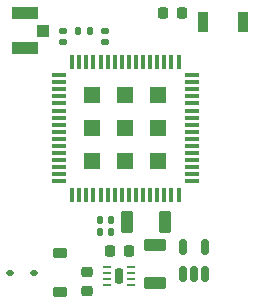
<source format=gbr>
%TF.GenerationSoftware,KiCad,Pcbnew,(7.0.0-rc2-153-g7d6218acb4)*%
%TF.CreationDate,2023-02-19T16:48:29+08:00*%
%TF.ProjectId,RAK3172-M.2-2230-Mod,52414b33-3137-4322-9d4d-2e322d323233,rev?*%
%TF.SameCoordinates,Original*%
%TF.FileFunction,Paste,Top*%
%TF.FilePolarity,Positive*%
%FSLAX46Y46*%
G04 Gerber Fmt 4.6, Leading zero omitted, Abs format (unit mm)*
G04 Created by KiCad (PCBNEW (7.0.0-rc2-153-g7d6218acb4)) date 2023-02-19 16:48:29*
%MOMM*%
%LPD*%
G01*
G04 APERTURE LIST*
G04 Aperture macros list*
%AMRoundRect*
0 Rectangle with rounded corners*
0 $1 Rounding radius*
0 $2 $3 $4 $5 $6 $7 $8 $9 X,Y pos of 4 corners*
0 Add a 4 corners polygon primitive as box body*
4,1,4,$2,$3,$4,$5,$6,$7,$8,$9,$2,$3,0*
0 Add four circle primitives for the rounded corners*
1,1,$1+$1,$2,$3*
1,1,$1+$1,$4,$5*
1,1,$1+$1,$6,$7*
1,1,$1+$1,$8,$9*
0 Add four rect primitives between the rounded corners*
20,1,$1+$1,$2,$3,$4,$5,0*
20,1,$1+$1,$4,$5,$6,$7,0*
20,1,$1+$1,$6,$7,$8,$9,0*
20,1,$1+$1,$8,$9,$2,$3,0*%
G04 Aperture macros list end*
%ADD10R,0.370000X1.170000*%
%ADD11R,1.170000X0.370000*%
%ADD12R,1.400000X1.400000*%
%ADD13RoundRect,0.150000X0.150000X-0.512500X0.150000X0.512500X-0.150000X0.512500X-0.150000X-0.512500X0*%
%ADD14RoundRect,0.140000X-0.170000X0.140000X-0.170000X-0.140000X0.170000X-0.140000X0.170000X0.140000X0*%
%ADD15RoundRect,0.250000X0.700000X-0.275000X0.700000X0.275000X-0.700000X0.275000X-0.700000X-0.275000X0*%
%ADD16RoundRect,0.182500X-0.182500X-0.462500X0.182500X-0.462500X0.182500X0.462500X-0.182500X0.462500X0*%
%ADD17RoundRect,0.062500X-0.300000X-0.062500X0.300000X-0.062500X0.300000X0.062500X-0.300000X0.062500X0*%
%ADD18RoundRect,0.250000X-0.275000X-0.700000X0.275000X-0.700000X0.275000X0.700000X-0.275000X0.700000X0*%
%ADD19RoundRect,0.225000X0.225000X0.250000X-0.225000X0.250000X-0.225000X-0.250000X0.225000X-0.250000X0*%
%ADD20RoundRect,0.147500X0.147500X0.172500X-0.147500X0.172500X-0.147500X-0.172500X0.147500X-0.172500X0*%
%ADD21RoundRect,0.218750X0.218750X0.256250X-0.218750X0.256250X-0.218750X-0.256250X0.218750X-0.256250X0*%
%ADD22R,1.050000X1.000000*%
%ADD23R,2.200000X1.050000*%
%ADD24RoundRect,0.225000X0.250000X-0.225000X0.250000X0.225000X-0.250000X0.225000X-0.250000X-0.225000X0*%
%ADD25RoundRect,0.112500X0.187500X0.112500X-0.187500X0.112500X-0.187500X-0.112500X0.187500X-0.112500X0*%
%ADD26RoundRect,0.225000X0.375000X-0.225000X0.375000X0.225000X-0.375000X0.225000X-0.375000X-0.225000X0*%
%ADD27R,0.900000X1.700000*%
%ADD28RoundRect,0.140000X0.140000X0.170000X-0.140000X0.170000X-0.140000X-0.170000X0.140000X-0.170000X0*%
G04 APERTURE END LIST*
D10*
%TO.C,U201*%
X144449999Y-97624999D03*
X145049999Y-97624999D03*
X145649999Y-97624999D03*
X146249999Y-97624999D03*
X146849999Y-97624999D03*
X147449999Y-97624999D03*
X148049999Y-97624999D03*
X148649999Y-97624999D03*
X149249999Y-97624999D03*
X149849999Y-97624999D03*
X150449999Y-97624999D03*
X151049999Y-97624999D03*
X151649999Y-97624999D03*
X152249999Y-97624999D03*
X152849999Y-97624999D03*
X153449999Y-97624999D03*
D11*
X154599999Y-96474999D03*
X154599999Y-95874999D03*
X154599999Y-95274999D03*
X154599999Y-94674999D03*
X154599999Y-94074999D03*
X154599999Y-93474999D03*
X154599999Y-92874999D03*
X154599999Y-92274999D03*
X154599999Y-91674999D03*
X154599999Y-91074999D03*
X154599999Y-90474999D03*
X154599999Y-89874999D03*
X154599999Y-89274999D03*
X154599999Y-88674999D03*
X154599999Y-88074999D03*
X154599999Y-87474999D03*
D10*
X153449999Y-86324999D03*
X152849999Y-86324999D03*
X152249999Y-86324999D03*
X151649999Y-86324999D03*
X151049999Y-86324999D03*
X150449999Y-86324999D03*
X149849999Y-86324999D03*
X149249999Y-86324999D03*
X148649999Y-86324999D03*
X148049999Y-86324999D03*
X147449999Y-86324999D03*
X146849999Y-86324999D03*
X146249999Y-86324999D03*
X145649999Y-86324999D03*
X145049999Y-86324999D03*
X144449999Y-86324999D03*
D11*
X143299999Y-87474999D03*
X143299999Y-88074999D03*
X143299999Y-88674999D03*
X143299999Y-89274999D03*
X143299999Y-89874999D03*
X143299999Y-90474999D03*
X143299999Y-91074999D03*
X143299999Y-91674999D03*
X143299999Y-92274999D03*
X143299999Y-92874999D03*
X143299999Y-93474999D03*
X143299999Y-94074999D03*
X143299999Y-94674999D03*
X143299999Y-95274999D03*
X143299999Y-95874999D03*
X143299999Y-96474999D03*
D12*
X146149999Y-94774999D03*
X146149999Y-91974999D03*
X146149999Y-89174999D03*
X148949999Y-94774999D03*
X148949999Y-91974999D03*
X148949999Y-89174999D03*
X151749999Y-94774999D03*
X151749999Y-91974999D03*
X151749999Y-89174999D03*
%TD*%
D13*
%TO.C,U302*%
X153800000Y-104312500D03*
X154750000Y-104312500D03*
X155700000Y-104312500D03*
X155700000Y-102037500D03*
X153800000Y-102037500D03*
%TD*%
D14*
%TO.C,C213*%
X147200000Y-83725000D03*
X147200000Y-84685000D03*
%TD*%
D15*
%TO.C,L401*%
X151450000Y-105050000D03*
X151450000Y-101900000D03*
%TD*%
D16*
%TO.C,U401*%
X148437500Y-104475000D03*
D17*
X147425000Y-103725000D03*
X147425000Y-104225000D03*
X147425000Y-104725000D03*
X147425000Y-105225000D03*
X149450000Y-105225000D03*
X149450000Y-104725000D03*
X149450000Y-104225000D03*
X149450000Y-103725000D03*
%TD*%
D18*
%TO.C,L205*%
X149125000Y-99875000D03*
X152275000Y-99875000D03*
%TD*%
D14*
%TO.C,C214*%
X143700000Y-83725000D03*
X143700000Y-84685000D03*
%TD*%
D19*
%TO.C,C402*%
X149225000Y-102375000D03*
X147675000Y-102375000D03*
%TD*%
D20*
%TO.C,L204*%
X145920000Y-83725000D03*
X144950000Y-83725000D03*
%TD*%
D21*
%TO.C,D201*%
X153737500Y-82225000D03*
X152162500Y-82225000D03*
%TD*%
D22*
%TO.C,AN201*%
X141999999Y-83724999D03*
D23*
X140474999Y-85199999D03*
X140474999Y-82249999D03*
%TD*%
D24*
%TO.C,C403*%
X145700000Y-105725000D03*
X145700000Y-104175000D03*
%TD*%
D25*
%TO.C,D302*%
X141250000Y-104225000D03*
X139150000Y-104225000D03*
%TD*%
D26*
%TO.C,D301*%
X143450000Y-105875000D03*
X143450000Y-102575000D03*
%TD*%
D27*
%TO.C,SW201*%
X155499999Y-82974999D03*
X158899999Y-82974999D03*
%TD*%
D28*
%TO.C,C215*%
X147730000Y-99775000D03*
X146770000Y-99775000D03*
%TD*%
%TO.C,C216*%
X147730000Y-100775000D03*
X146770000Y-100775000D03*
%TD*%
M02*

</source>
